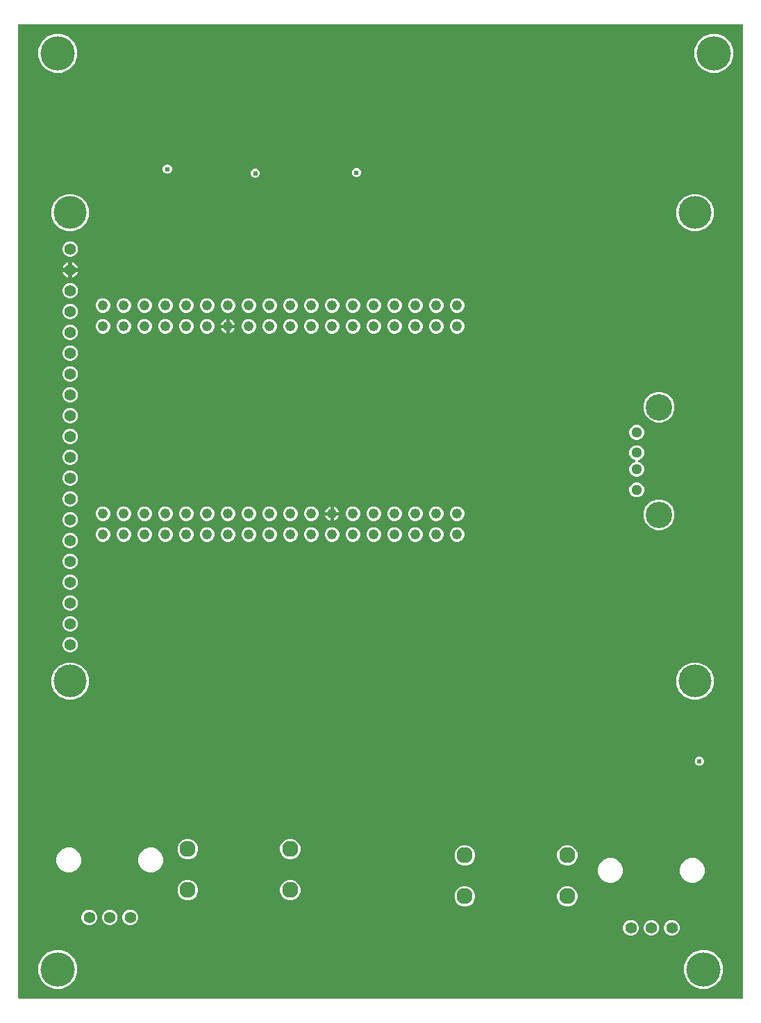
<source format=gbr>
G04 EAGLE Gerber RS-274X export*
G75*
%MOMM*%
%FSLAX34Y34*%
%LPD*%
%INCopper Layer 15*%
%IPPOS*%
%AMOC8*
5,1,8,0,0,1.08239X$1,22.5*%
G01*
%ADD10C,1.244600*%
%ADD11C,1.400000*%
%ADD12C,4.016000*%
%ADD13C,1.960000*%
%ADD14C,1.288000*%
%ADD15C,3.220000*%
%ADD16C,4.191000*%
%ADD17C,0.609600*%
%ADD18C,0.254000*%

G36*
X885308Y2556D02*
X885308Y2556D01*
X885427Y2563D01*
X885465Y2576D01*
X885506Y2581D01*
X885616Y2624D01*
X885729Y2661D01*
X885764Y2683D01*
X885801Y2698D01*
X885897Y2767D01*
X885998Y2831D01*
X886026Y2861D01*
X886059Y2884D01*
X886135Y2976D01*
X886216Y3063D01*
X886236Y3098D01*
X886261Y3129D01*
X886312Y3237D01*
X886370Y3341D01*
X886380Y3381D01*
X886397Y3417D01*
X886419Y3534D01*
X886449Y3649D01*
X886453Y3709D01*
X886457Y3729D01*
X886455Y3750D01*
X886459Y3810D01*
X886459Y1189990D01*
X886444Y1190108D01*
X886437Y1190227D01*
X886424Y1190265D01*
X886419Y1190306D01*
X886376Y1190416D01*
X886339Y1190529D01*
X886317Y1190564D01*
X886302Y1190601D01*
X886233Y1190697D01*
X886169Y1190798D01*
X886139Y1190826D01*
X886116Y1190859D01*
X886024Y1190935D01*
X885937Y1191016D01*
X885902Y1191036D01*
X885871Y1191061D01*
X885763Y1191112D01*
X885659Y1191170D01*
X885619Y1191180D01*
X885583Y1191197D01*
X885466Y1191219D01*
X885351Y1191249D01*
X885291Y1191253D01*
X885271Y1191257D01*
X885250Y1191255D01*
X885190Y1191259D01*
X3810Y1191259D01*
X3692Y1191244D01*
X3573Y1191237D01*
X3535Y1191224D01*
X3494Y1191219D01*
X3384Y1191176D01*
X3271Y1191139D01*
X3236Y1191117D01*
X3199Y1191102D01*
X3103Y1191033D01*
X3002Y1190969D01*
X2974Y1190939D01*
X2941Y1190916D01*
X2865Y1190824D01*
X2784Y1190737D01*
X2764Y1190702D01*
X2739Y1190671D01*
X2688Y1190563D01*
X2630Y1190459D01*
X2620Y1190419D01*
X2603Y1190383D01*
X2581Y1190266D01*
X2551Y1190151D01*
X2547Y1190091D01*
X2543Y1190071D01*
X2545Y1190050D01*
X2541Y1189990D01*
X2541Y3810D01*
X2556Y3692D01*
X2563Y3573D01*
X2576Y3535D01*
X2581Y3494D01*
X2624Y3384D01*
X2661Y3271D01*
X2683Y3236D01*
X2698Y3199D01*
X2767Y3103D01*
X2831Y3002D01*
X2861Y2974D01*
X2884Y2941D01*
X2976Y2865D01*
X3063Y2784D01*
X3098Y2764D01*
X3129Y2739D01*
X3237Y2688D01*
X3341Y2630D01*
X3381Y2620D01*
X3417Y2603D01*
X3534Y2581D01*
X3649Y2551D01*
X3709Y2547D01*
X3729Y2543D01*
X3750Y2545D01*
X3810Y2541D01*
X885190Y2541D01*
X885308Y2556D01*
G37*
%LPC*%
G36*
X846226Y1132204D02*
X846226Y1132204D01*
X837591Y1135781D01*
X830981Y1142391D01*
X827404Y1151026D01*
X827404Y1160374D01*
X830981Y1169009D01*
X837591Y1175619D01*
X846226Y1179196D01*
X855574Y1179196D01*
X864209Y1175619D01*
X870819Y1169009D01*
X874396Y1160374D01*
X874396Y1151026D01*
X870819Y1142391D01*
X864209Y1135781D01*
X855574Y1132204D01*
X846226Y1132204D01*
G37*
%LPD*%
%LPC*%
G36*
X46126Y1132204D02*
X46126Y1132204D01*
X37491Y1135781D01*
X30881Y1142391D01*
X27304Y1151026D01*
X27304Y1160374D01*
X30881Y1169009D01*
X37491Y1175619D01*
X46126Y1179196D01*
X55474Y1179196D01*
X64109Y1175619D01*
X70719Y1169009D01*
X74296Y1160374D01*
X74296Y1151026D01*
X70719Y1142391D01*
X64109Y1135781D01*
X55474Y1132204D01*
X46126Y1132204D01*
G37*
%LPD*%
%LPC*%
G36*
X833526Y14604D02*
X833526Y14604D01*
X824891Y18181D01*
X818281Y24791D01*
X814704Y33426D01*
X814704Y42774D01*
X818281Y51409D01*
X824891Y58019D01*
X833526Y61596D01*
X842874Y61596D01*
X851509Y58019D01*
X858119Y51409D01*
X861696Y42774D01*
X861696Y33426D01*
X858119Y24791D01*
X851509Y18181D01*
X842874Y14604D01*
X833526Y14604D01*
G37*
%LPD*%
%LPC*%
G36*
X46126Y14604D02*
X46126Y14604D01*
X37491Y18181D01*
X30881Y24791D01*
X27304Y33426D01*
X27304Y42774D01*
X30881Y51409D01*
X37491Y58019D01*
X46126Y61596D01*
X55474Y61596D01*
X64109Y58019D01*
X70719Y51409D01*
X74296Y42774D01*
X74296Y33426D01*
X70719Y24791D01*
X64109Y18181D01*
X55474Y14604D01*
X46126Y14604D01*
G37*
%LPD*%
%LPC*%
G36*
X61540Y367269D02*
X61540Y367269D01*
X53226Y370713D01*
X46863Y377076D01*
X43419Y385390D01*
X43419Y394390D01*
X46863Y402704D01*
X53226Y409067D01*
X61540Y412511D01*
X70540Y412511D01*
X78854Y409067D01*
X85217Y402704D01*
X88661Y394390D01*
X88661Y385390D01*
X85217Y377076D01*
X78854Y370713D01*
X70540Y367269D01*
X61540Y367269D01*
G37*
%LPD*%
%LPC*%
G36*
X823540Y367269D02*
X823540Y367269D01*
X815226Y370713D01*
X808863Y377076D01*
X805419Y385390D01*
X805419Y394390D01*
X808863Y402704D01*
X815226Y409067D01*
X823540Y412511D01*
X832540Y412511D01*
X840854Y409067D01*
X847217Y402704D01*
X850661Y394390D01*
X850661Y385390D01*
X847217Y377076D01*
X840854Y370713D01*
X832540Y367269D01*
X823540Y367269D01*
G37*
%LPD*%
%LPC*%
G36*
X823540Y938769D02*
X823540Y938769D01*
X815226Y942213D01*
X808863Y948576D01*
X805419Y956890D01*
X805419Y965890D01*
X808863Y974204D01*
X815226Y980567D01*
X823540Y984011D01*
X832540Y984011D01*
X840854Y980567D01*
X847217Y974204D01*
X850661Y965890D01*
X850661Y956890D01*
X847217Y948576D01*
X840854Y942213D01*
X832540Y938769D01*
X823540Y938769D01*
G37*
%LPD*%
%LPC*%
G36*
X61540Y938769D02*
X61540Y938769D01*
X53226Y942213D01*
X46863Y948576D01*
X43419Y956890D01*
X43419Y965890D01*
X46863Y974204D01*
X53226Y980567D01*
X61540Y984011D01*
X70540Y984011D01*
X78854Y980567D01*
X85217Y974204D01*
X88661Y965890D01*
X88661Y956890D01*
X85217Y948576D01*
X78854Y942213D01*
X70540Y938769D01*
X61540Y938769D01*
G37*
%LPD*%
%LPC*%
G36*
X780312Y574079D02*
X780312Y574079D01*
X773461Y576917D01*
X768217Y582161D01*
X765379Y589012D01*
X765379Y596428D01*
X768217Y603279D01*
X773461Y608523D01*
X780312Y611361D01*
X787728Y611361D01*
X794579Y608523D01*
X799823Y603279D01*
X802661Y596428D01*
X802661Y589012D01*
X799823Y582161D01*
X794579Y576917D01*
X787728Y574079D01*
X780312Y574079D01*
G37*
%LPD*%
%LPC*%
G36*
X780312Y705479D02*
X780312Y705479D01*
X773461Y708317D01*
X768217Y713561D01*
X765379Y720412D01*
X765379Y727828D01*
X768217Y734679D01*
X773461Y739923D01*
X780312Y742761D01*
X787728Y742761D01*
X794579Y739923D01*
X799823Y734679D01*
X802661Y727828D01*
X802661Y720412D01*
X799823Y713561D01*
X794579Y708317D01*
X787728Y705479D01*
X780312Y705479D01*
G37*
%LPD*%
%LPC*%
G36*
X61308Y156559D02*
X61308Y156559D01*
X55780Y158849D01*
X51549Y163080D01*
X49259Y168608D01*
X49259Y174592D01*
X51549Y180120D01*
X55780Y184351D01*
X61308Y186641D01*
X67292Y186641D01*
X72820Y184351D01*
X77051Y180120D01*
X79341Y174592D01*
X79341Y168608D01*
X77051Y163080D01*
X72820Y158849D01*
X67292Y156559D01*
X61308Y156559D01*
G37*
%LPD*%
%LPC*%
G36*
X721708Y143859D02*
X721708Y143859D01*
X716180Y146149D01*
X711949Y150380D01*
X709659Y155908D01*
X709659Y161892D01*
X711949Y167420D01*
X716180Y171651D01*
X721708Y173941D01*
X727692Y173941D01*
X733220Y171651D01*
X737451Y167420D01*
X739741Y161892D01*
X739741Y155908D01*
X737451Y150380D01*
X733220Y146149D01*
X727692Y143859D01*
X721708Y143859D01*
G37*
%LPD*%
%LPC*%
G36*
X821708Y143859D02*
X821708Y143859D01*
X816180Y146149D01*
X811949Y150380D01*
X809659Y155908D01*
X809659Y161892D01*
X811949Y167420D01*
X816180Y171651D01*
X821708Y173941D01*
X827692Y173941D01*
X833220Y171651D01*
X837451Y167420D01*
X839741Y161892D01*
X839741Y155908D01*
X837451Y150380D01*
X833220Y146149D01*
X827692Y143859D01*
X821708Y143859D01*
G37*
%LPD*%
%LPC*%
G36*
X161308Y156559D02*
X161308Y156559D01*
X155780Y158849D01*
X151549Y163080D01*
X149259Y168608D01*
X149259Y174592D01*
X151549Y180120D01*
X155780Y184351D01*
X161308Y186641D01*
X167292Y186641D01*
X172820Y184351D01*
X177051Y180120D01*
X179341Y174592D01*
X179341Y168608D01*
X177051Y163080D01*
X172820Y158849D01*
X167292Y156559D01*
X161308Y156559D01*
G37*
%LPD*%
%LPC*%
G36*
X755134Y639439D02*
X755134Y639439D01*
X751833Y640806D01*
X749306Y643333D01*
X747939Y646634D01*
X747939Y650206D01*
X749306Y653507D01*
X751833Y656034D01*
X754763Y657247D01*
X754884Y657316D01*
X755007Y657381D01*
X755022Y657395D01*
X755040Y657405D01*
X755140Y657502D01*
X755242Y657595D01*
X755253Y657612D01*
X755268Y657626D01*
X755341Y657745D01*
X755417Y657861D01*
X755424Y657880D01*
X755434Y657897D01*
X755475Y658030D01*
X755520Y658162D01*
X755522Y658182D01*
X755528Y658201D01*
X755534Y658340D01*
X755546Y658479D01*
X755542Y658499D01*
X755543Y658519D01*
X755515Y658655D01*
X755491Y658792D01*
X755483Y658811D01*
X755479Y658830D01*
X755417Y658956D01*
X755361Y659082D01*
X755348Y659098D01*
X755339Y659116D01*
X755249Y659222D01*
X755162Y659330D01*
X755146Y659343D01*
X755133Y659358D01*
X755019Y659438D01*
X754908Y659522D01*
X754883Y659534D01*
X754873Y659541D01*
X754853Y659548D01*
X754763Y659593D01*
X751833Y660806D01*
X749306Y663333D01*
X747939Y666634D01*
X747939Y670206D01*
X749306Y673507D01*
X751833Y676034D01*
X755134Y677401D01*
X758706Y677401D01*
X762007Y676034D01*
X764534Y673507D01*
X765901Y670206D01*
X765901Y666634D01*
X764534Y663333D01*
X762007Y660806D01*
X759077Y659593D01*
X758956Y659524D01*
X758833Y659459D01*
X758818Y659445D01*
X758800Y659435D01*
X758700Y659338D01*
X758598Y659245D01*
X758587Y659228D01*
X758572Y659214D01*
X758499Y659096D01*
X758423Y658979D01*
X758416Y658960D01*
X758406Y658943D01*
X758365Y658810D01*
X758320Y658678D01*
X758318Y658658D01*
X758312Y658639D01*
X758305Y658500D01*
X758294Y658361D01*
X758298Y658341D01*
X758297Y658321D01*
X758325Y658185D01*
X758349Y658048D01*
X758357Y658030D01*
X758361Y658010D01*
X758423Y657884D01*
X758479Y657758D01*
X758492Y657742D01*
X758501Y657724D01*
X758592Y657618D01*
X758678Y657510D01*
X758694Y657497D01*
X758707Y657482D01*
X758822Y657402D01*
X758932Y657318D01*
X758957Y657306D01*
X758967Y657299D01*
X758987Y657292D01*
X759077Y657247D01*
X762007Y656034D01*
X764534Y653507D01*
X765901Y650206D01*
X765901Y646634D01*
X764534Y643333D01*
X762007Y640806D01*
X758706Y639439D01*
X755134Y639439D01*
G37*
%LPD*%
%LPC*%
G36*
X331825Y172679D02*
X331825Y172679D01*
X327290Y174558D01*
X323818Y178030D01*
X321939Y182565D01*
X321939Y187475D01*
X323818Y192010D01*
X327290Y195482D01*
X331825Y197361D01*
X336735Y197361D01*
X341270Y195482D01*
X344742Y192010D01*
X346621Y187475D01*
X346621Y182565D01*
X344742Y178030D01*
X341270Y174558D01*
X336735Y172679D01*
X331825Y172679D01*
G37*
%LPD*%
%LPC*%
G36*
X206825Y172679D02*
X206825Y172679D01*
X202290Y174558D01*
X198818Y178030D01*
X196939Y182565D01*
X196939Y187475D01*
X198818Y192010D01*
X202290Y195482D01*
X206825Y197361D01*
X211735Y197361D01*
X216270Y195482D01*
X219742Y192010D01*
X221621Y187475D01*
X221621Y182565D01*
X219742Y178030D01*
X216270Y174558D01*
X211735Y172679D01*
X206825Y172679D01*
G37*
%LPD*%
%LPC*%
G36*
X544645Y165059D02*
X544645Y165059D01*
X540110Y166938D01*
X536638Y170410D01*
X534759Y174945D01*
X534759Y179855D01*
X536638Y184390D01*
X540110Y187862D01*
X544645Y189741D01*
X549555Y189741D01*
X554090Y187862D01*
X557562Y184390D01*
X559441Y179855D01*
X559441Y174945D01*
X557562Y170410D01*
X554090Y166938D01*
X549555Y165059D01*
X544645Y165059D01*
G37*
%LPD*%
%LPC*%
G36*
X669645Y165059D02*
X669645Y165059D01*
X665110Y166938D01*
X661638Y170410D01*
X659759Y174945D01*
X659759Y179855D01*
X661638Y184390D01*
X665110Y187862D01*
X669645Y189741D01*
X674555Y189741D01*
X679090Y187862D01*
X682562Y184390D01*
X684441Y179855D01*
X684441Y174945D01*
X682562Y170410D01*
X679090Y166938D01*
X674555Y165059D01*
X669645Y165059D01*
G37*
%LPD*%
%LPC*%
G36*
X331825Y122679D02*
X331825Y122679D01*
X327290Y124558D01*
X323818Y128030D01*
X321939Y132565D01*
X321939Y137475D01*
X323818Y142010D01*
X327290Y145482D01*
X331825Y147361D01*
X336735Y147361D01*
X341270Y145482D01*
X344742Y142010D01*
X346621Y137475D01*
X346621Y132565D01*
X344742Y128030D01*
X341270Y124558D01*
X336735Y122679D01*
X331825Y122679D01*
G37*
%LPD*%
%LPC*%
G36*
X206825Y122679D02*
X206825Y122679D01*
X202290Y124558D01*
X198818Y128030D01*
X196939Y132565D01*
X196939Y137475D01*
X198818Y142010D01*
X202290Y145482D01*
X206825Y147361D01*
X211735Y147361D01*
X216270Y145482D01*
X219742Y142010D01*
X221621Y137475D01*
X221621Y132565D01*
X219742Y128030D01*
X216270Y124558D01*
X211735Y122679D01*
X206825Y122679D01*
G37*
%LPD*%
%LPC*%
G36*
X669645Y115059D02*
X669645Y115059D01*
X665110Y116938D01*
X661638Y120410D01*
X659759Y124945D01*
X659759Y129855D01*
X661638Y134390D01*
X665110Y137862D01*
X669645Y139741D01*
X674555Y139741D01*
X679090Y137862D01*
X682562Y134390D01*
X684441Y129855D01*
X684441Y124945D01*
X682562Y120410D01*
X679090Y116938D01*
X674555Y115059D01*
X669645Y115059D01*
G37*
%LPD*%
%LPC*%
G36*
X544645Y115059D02*
X544645Y115059D01*
X540110Y116938D01*
X536638Y120410D01*
X534759Y124945D01*
X534759Y129855D01*
X536638Y134390D01*
X540110Y137862D01*
X544645Y139741D01*
X549555Y139741D01*
X554090Y137862D01*
X557562Y134390D01*
X559441Y129855D01*
X559441Y124945D01*
X557562Y120410D01*
X554090Y116938D01*
X549555Y115059D01*
X544645Y115059D01*
G37*
%LPD*%
%LPC*%
G36*
X64142Y856599D02*
X64142Y856599D01*
X60636Y858052D01*
X57952Y860736D01*
X56499Y864242D01*
X56499Y868038D01*
X57952Y871544D01*
X60636Y874228D01*
X64142Y875681D01*
X67938Y875681D01*
X71444Y874228D01*
X74128Y871544D01*
X75581Y868038D01*
X75581Y864242D01*
X74128Y860736D01*
X71444Y858052D01*
X67938Y856599D01*
X64142Y856599D01*
G37*
%LPD*%
%LPC*%
G36*
X64142Y551799D02*
X64142Y551799D01*
X60636Y553252D01*
X57952Y555936D01*
X56499Y559442D01*
X56499Y563238D01*
X57952Y566744D01*
X60636Y569428D01*
X64142Y570881D01*
X67938Y570881D01*
X71444Y569428D01*
X74128Y566744D01*
X75581Y563238D01*
X75581Y559442D01*
X74128Y555936D01*
X71444Y553252D01*
X67938Y551799D01*
X64142Y551799D01*
G37*
%LPD*%
%LPC*%
G36*
X64142Y805799D02*
X64142Y805799D01*
X60636Y807252D01*
X57952Y809936D01*
X56499Y813442D01*
X56499Y817238D01*
X57952Y820744D01*
X60636Y823428D01*
X64142Y824881D01*
X67938Y824881D01*
X71444Y823428D01*
X74128Y820744D01*
X75581Y817238D01*
X75581Y813442D01*
X74128Y809936D01*
X71444Y807252D01*
X67938Y805799D01*
X64142Y805799D01*
G37*
%LPD*%
%LPC*%
G36*
X64142Y577199D02*
X64142Y577199D01*
X60636Y578652D01*
X57952Y581336D01*
X56499Y584842D01*
X56499Y588638D01*
X57952Y592144D01*
X60636Y594828D01*
X64142Y596281D01*
X67938Y596281D01*
X71444Y594828D01*
X74128Y592144D01*
X75581Y588638D01*
X75581Y584842D01*
X74128Y581336D01*
X71444Y578652D01*
X67938Y577199D01*
X64142Y577199D01*
G37*
%LPD*%
%LPC*%
G36*
X64142Y780399D02*
X64142Y780399D01*
X60636Y781852D01*
X57952Y784536D01*
X56499Y788042D01*
X56499Y791838D01*
X57952Y795344D01*
X60636Y798028D01*
X64142Y799481D01*
X67938Y799481D01*
X71444Y798028D01*
X74128Y795344D01*
X75581Y791838D01*
X75581Y788042D01*
X74128Y784536D01*
X71444Y781852D01*
X67938Y780399D01*
X64142Y780399D01*
G37*
%LPD*%
%LPC*%
G36*
X64142Y754999D02*
X64142Y754999D01*
X60636Y756452D01*
X57952Y759136D01*
X56499Y762642D01*
X56499Y766438D01*
X57952Y769944D01*
X60636Y772628D01*
X64142Y774081D01*
X67938Y774081D01*
X71444Y772628D01*
X74128Y769944D01*
X75581Y766438D01*
X75581Y762642D01*
X74128Y759136D01*
X71444Y756452D01*
X67938Y754999D01*
X64142Y754999D01*
G37*
%LPD*%
%LPC*%
G36*
X64142Y729599D02*
X64142Y729599D01*
X60636Y731052D01*
X57952Y733736D01*
X56499Y737242D01*
X56499Y741038D01*
X57952Y744544D01*
X60636Y747228D01*
X64142Y748681D01*
X67938Y748681D01*
X71444Y747228D01*
X74128Y744544D01*
X75581Y741038D01*
X75581Y737242D01*
X74128Y733736D01*
X71444Y731052D01*
X67938Y729599D01*
X64142Y729599D01*
G37*
%LPD*%
%LPC*%
G36*
X64142Y627999D02*
X64142Y627999D01*
X60636Y629452D01*
X57952Y632136D01*
X56499Y635642D01*
X56499Y639438D01*
X57952Y642944D01*
X60636Y645628D01*
X64142Y647081D01*
X67938Y647081D01*
X71444Y645628D01*
X74128Y642944D01*
X75581Y639438D01*
X75581Y635642D01*
X74128Y632136D01*
X71444Y629452D01*
X67938Y627999D01*
X64142Y627999D01*
G37*
%LPD*%
%LPC*%
G36*
X64142Y831199D02*
X64142Y831199D01*
X60636Y832652D01*
X57952Y835336D01*
X56499Y838842D01*
X56499Y842638D01*
X57952Y846144D01*
X60636Y848828D01*
X64142Y850281D01*
X67938Y850281D01*
X71444Y848828D01*
X74128Y846144D01*
X75581Y842638D01*
X75581Y838842D01*
X74128Y835336D01*
X71444Y832652D01*
X67938Y831199D01*
X64142Y831199D01*
G37*
%LPD*%
%LPC*%
G36*
X64142Y424799D02*
X64142Y424799D01*
X60636Y426252D01*
X57952Y428936D01*
X56499Y432442D01*
X56499Y436238D01*
X57952Y439744D01*
X60636Y442428D01*
X64142Y443881D01*
X67938Y443881D01*
X71444Y442428D01*
X74128Y439744D01*
X75581Y436238D01*
X75581Y432442D01*
X74128Y428936D01*
X71444Y426252D01*
X67938Y424799D01*
X64142Y424799D01*
G37*
%LPD*%
%LPC*%
G36*
X64142Y678799D02*
X64142Y678799D01*
X60636Y680252D01*
X57952Y682936D01*
X56499Y686442D01*
X56499Y690238D01*
X57952Y693744D01*
X60636Y696428D01*
X64142Y697881D01*
X67938Y697881D01*
X71444Y696428D01*
X74128Y693744D01*
X75581Y690238D01*
X75581Y686442D01*
X74128Y682936D01*
X71444Y680252D01*
X67938Y678799D01*
X64142Y678799D01*
G37*
%LPD*%
%LPC*%
G36*
X64142Y907399D02*
X64142Y907399D01*
X60636Y908852D01*
X57952Y911536D01*
X56499Y915042D01*
X56499Y918838D01*
X57952Y922344D01*
X60636Y925028D01*
X64142Y926481D01*
X67938Y926481D01*
X71444Y925028D01*
X74128Y922344D01*
X75581Y918838D01*
X75581Y915042D01*
X74128Y911536D01*
X71444Y908852D01*
X67938Y907399D01*
X64142Y907399D01*
G37*
%LPD*%
%LPC*%
G36*
X64142Y704199D02*
X64142Y704199D01*
X60636Y705652D01*
X57952Y708336D01*
X56499Y711842D01*
X56499Y715638D01*
X57952Y719144D01*
X60636Y721828D01*
X64142Y723281D01*
X67938Y723281D01*
X71444Y721828D01*
X74128Y719144D01*
X75581Y715638D01*
X75581Y711842D01*
X74128Y708336D01*
X71444Y705652D01*
X67938Y704199D01*
X64142Y704199D01*
G37*
%LPD*%
%LPC*%
G36*
X64142Y653399D02*
X64142Y653399D01*
X60636Y654852D01*
X57952Y657536D01*
X56499Y661042D01*
X56499Y664838D01*
X57952Y668344D01*
X60636Y671028D01*
X64142Y672481D01*
X67938Y672481D01*
X71444Y671028D01*
X74128Y668344D01*
X75581Y664838D01*
X75581Y661042D01*
X74128Y657536D01*
X71444Y654852D01*
X67938Y653399D01*
X64142Y653399D01*
G37*
%LPD*%
%LPC*%
G36*
X64142Y450199D02*
X64142Y450199D01*
X60636Y451652D01*
X57952Y454336D01*
X56499Y457842D01*
X56499Y461638D01*
X57952Y465144D01*
X60636Y467828D01*
X64142Y469281D01*
X67938Y469281D01*
X71444Y467828D01*
X74128Y465144D01*
X75581Y461638D01*
X75581Y457842D01*
X74128Y454336D01*
X71444Y451652D01*
X67938Y450199D01*
X64142Y450199D01*
G37*
%LPD*%
%LPC*%
G36*
X64142Y475599D02*
X64142Y475599D01*
X60636Y477052D01*
X57952Y479736D01*
X56499Y483242D01*
X56499Y487038D01*
X57952Y490544D01*
X60636Y493228D01*
X64142Y494681D01*
X67938Y494681D01*
X71444Y493228D01*
X74128Y490544D01*
X75581Y487038D01*
X75581Y483242D01*
X74128Y479736D01*
X71444Y477052D01*
X67938Y475599D01*
X64142Y475599D01*
G37*
%LPD*%
%LPC*%
G36*
X64142Y500999D02*
X64142Y500999D01*
X60636Y502452D01*
X57952Y505136D01*
X56499Y508642D01*
X56499Y512438D01*
X57952Y515944D01*
X60636Y518628D01*
X64142Y520081D01*
X67938Y520081D01*
X71444Y518628D01*
X74128Y515944D01*
X75581Y512438D01*
X75581Y508642D01*
X74128Y505136D01*
X71444Y502452D01*
X67938Y500999D01*
X64142Y500999D01*
G37*
%LPD*%
%LPC*%
G36*
X64142Y526399D02*
X64142Y526399D01*
X60636Y527852D01*
X57952Y530536D01*
X56499Y534042D01*
X56499Y537838D01*
X57952Y541344D01*
X60636Y544028D01*
X64142Y545481D01*
X67938Y545481D01*
X71444Y544028D01*
X74128Y541344D01*
X75581Y537838D01*
X75581Y534042D01*
X74128Y530536D01*
X71444Y527852D01*
X67938Y526399D01*
X64142Y526399D01*
G37*
%LPD*%
%LPC*%
G36*
X64142Y602599D02*
X64142Y602599D01*
X60636Y604052D01*
X57952Y606736D01*
X56499Y610242D01*
X56499Y614038D01*
X57952Y617544D01*
X60636Y620228D01*
X64142Y621681D01*
X67938Y621681D01*
X71444Y620228D01*
X74128Y617544D01*
X75581Y614038D01*
X75581Y610242D01*
X74128Y606736D01*
X71444Y604052D01*
X67938Y602599D01*
X64142Y602599D01*
G37*
%LPD*%
%LPC*%
G36*
X112402Y92059D02*
X112402Y92059D01*
X108896Y93512D01*
X106212Y96196D01*
X104759Y99702D01*
X104759Y103498D01*
X106212Y107004D01*
X108896Y109688D01*
X112402Y111141D01*
X116198Y111141D01*
X119704Y109688D01*
X122388Y107004D01*
X123841Y103498D01*
X123841Y99702D01*
X122388Y96196D01*
X119704Y93512D01*
X116198Y92059D01*
X112402Y92059D01*
G37*
%LPD*%
%LPC*%
G36*
X87402Y92059D02*
X87402Y92059D01*
X83896Y93512D01*
X81212Y96196D01*
X79759Y99702D01*
X79759Y103498D01*
X81212Y107004D01*
X83896Y109688D01*
X87402Y111141D01*
X91198Y111141D01*
X94704Y109688D01*
X97388Y107004D01*
X98841Y103498D01*
X98841Y99702D01*
X97388Y96196D01*
X94704Y93512D01*
X91198Y92059D01*
X87402Y92059D01*
G37*
%LPD*%
%LPC*%
G36*
X797802Y79359D02*
X797802Y79359D01*
X794296Y80812D01*
X791612Y83496D01*
X790159Y87002D01*
X790159Y90798D01*
X791612Y94304D01*
X794296Y96988D01*
X797802Y98441D01*
X801598Y98441D01*
X805104Y96988D01*
X807788Y94304D01*
X809241Y90798D01*
X809241Y87002D01*
X807788Y83496D01*
X805104Y80812D01*
X801598Y79359D01*
X797802Y79359D01*
G37*
%LPD*%
%LPC*%
G36*
X772802Y79359D02*
X772802Y79359D01*
X769296Y80812D01*
X766612Y83496D01*
X765159Y87002D01*
X765159Y90798D01*
X766612Y94304D01*
X769296Y96988D01*
X772802Y98441D01*
X776598Y98441D01*
X780104Y96988D01*
X782788Y94304D01*
X784241Y90798D01*
X784241Y87002D01*
X782788Y83496D01*
X780104Y80812D01*
X776598Y79359D01*
X772802Y79359D01*
G37*
%LPD*%
%LPC*%
G36*
X747802Y79359D02*
X747802Y79359D01*
X744296Y80812D01*
X741612Y83496D01*
X740159Y87002D01*
X740159Y90798D01*
X741612Y94304D01*
X744296Y96988D01*
X747802Y98441D01*
X751598Y98441D01*
X755104Y96988D01*
X757788Y94304D01*
X759241Y90798D01*
X759241Y87002D01*
X757788Y83496D01*
X755104Y80812D01*
X751598Y79359D01*
X747802Y79359D01*
G37*
%LPD*%
%LPC*%
G36*
X137402Y92059D02*
X137402Y92059D01*
X133896Y93512D01*
X131212Y96196D01*
X129759Y99702D01*
X129759Y103498D01*
X131212Y107004D01*
X133896Y109688D01*
X137402Y111141D01*
X141198Y111141D01*
X144704Y109688D01*
X147388Y107004D01*
X148841Y103498D01*
X148841Y99702D01*
X147388Y96196D01*
X144704Y93512D01*
X141198Y92059D01*
X137402Y92059D01*
G37*
%LPD*%
%LPC*%
G36*
X755134Y614439D02*
X755134Y614439D01*
X751833Y615806D01*
X749306Y618333D01*
X747939Y621634D01*
X747939Y625206D01*
X749306Y628507D01*
X751833Y631034D01*
X755134Y632401D01*
X758706Y632401D01*
X762007Y631034D01*
X764534Y628507D01*
X765901Y625206D01*
X765901Y621634D01*
X764534Y618333D01*
X762007Y615806D01*
X758706Y614439D01*
X755134Y614439D01*
G37*
%LPD*%
%LPC*%
G36*
X755134Y684439D02*
X755134Y684439D01*
X751833Y685806D01*
X749306Y688333D01*
X747939Y691634D01*
X747939Y695206D01*
X749306Y698507D01*
X751833Y701034D01*
X755134Y702401D01*
X758706Y702401D01*
X762007Y701034D01*
X764534Y698507D01*
X765901Y695206D01*
X765901Y691634D01*
X764534Y688333D01*
X762007Y685806D01*
X758706Y684439D01*
X755134Y684439D01*
G37*
%LPD*%
%LPC*%
G36*
X104257Y813936D02*
X104257Y813936D01*
X101036Y815270D01*
X98570Y817736D01*
X97236Y820957D01*
X97236Y824443D01*
X98570Y827664D01*
X101036Y830130D01*
X104257Y831464D01*
X107743Y831464D01*
X110964Y830130D01*
X113430Y827664D01*
X114764Y824443D01*
X114764Y820957D01*
X113430Y817736D01*
X110964Y815270D01*
X107743Y813936D01*
X104257Y813936D01*
G37*
%LPD*%
%LPC*%
G36*
X536057Y813936D02*
X536057Y813936D01*
X532836Y815270D01*
X530370Y817736D01*
X529036Y820957D01*
X529036Y824443D01*
X530370Y827664D01*
X532836Y830130D01*
X536057Y831464D01*
X539543Y831464D01*
X542764Y830130D01*
X545230Y827664D01*
X546564Y824443D01*
X546564Y820957D01*
X545230Y817736D01*
X542764Y815270D01*
X539543Y813936D01*
X536057Y813936D01*
G37*
%LPD*%
%LPC*%
G36*
X510657Y813936D02*
X510657Y813936D01*
X507436Y815270D01*
X504970Y817736D01*
X503636Y820957D01*
X503636Y824443D01*
X504970Y827664D01*
X507436Y830130D01*
X510657Y831464D01*
X514143Y831464D01*
X517364Y830130D01*
X519830Y827664D01*
X521164Y824443D01*
X521164Y820957D01*
X519830Y817736D01*
X517364Y815270D01*
X514143Y813936D01*
X510657Y813936D01*
G37*
%LPD*%
%LPC*%
G36*
X485257Y813936D02*
X485257Y813936D01*
X482036Y815270D01*
X479570Y817736D01*
X478236Y820957D01*
X478236Y824443D01*
X479570Y827664D01*
X482036Y830130D01*
X485257Y831464D01*
X488743Y831464D01*
X491964Y830130D01*
X494430Y827664D01*
X495764Y824443D01*
X495764Y820957D01*
X494430Y817736D01*
X491964Y815270D01*
X488743Y813936D01*
X485257Y813936D01*
G37*
%LPD*%
%LPC*%
G36*
X459857Y813936D02*
X459857Y813936D01*
X456636Y815270D01*
X454170Y817736D01*
X452836Y820957D01*
X452836Y824443D01*
X454170Y827664D01*
X456636Y830130D01*
X459857Y831464D01*
X463343Y831464D01*
X466564Y830130D01*
X469030Y827664D01*
X470364Y824443D01*
X470364Y820957D01*
X469030Y817736D01*
X466564Y815270D01*
X463343Y813936D01*
X459857Y813936D01*
G37*
%LPD*%
%LPC*%
G36*
X434457Y813936D02*
X434457Y813936D01*
X431236Y815270D01*
X428770Y817736D01*
X427436Y820957D01*
X427436Y824443D01*
X428770Y827664D01*
X431236Y830130D01*
X434457Y831464D01*
X437943Y831464D01*
X441164Y830130D01*
X443630Y827664D01*
X444964Y824443D01*
X444964Y820957D01*
X443630Y817736D01*
X441164Y815270D01*
X437943Y813936D01*
X434457Y813936D01*
G37*
%LPD*%
%LPC*%
G36*
X409057Y813936D02*
X409057Y813936D01*
X405836Y815270D01*
X403370Y817736D01*
X402036Y820957D01*
X402036Y824443D01*
X403370Y827664D01*
X405836Y830130D01*
X409057Y831464D01*
X412543Y831464D01*
X415764Y830130D01*
X418230Y827664D01*
X419564Y824443D01*
X419564Y820957D01*
X418230Y817736D01*
X415764Y815270D01*
X412543Y813936D01*
X409057Y813936D01*
G37*
%LPD*%
%LPC*%
G36*
X383657Y813936D02*
X383657Y813936D01*
X380436Y815270D01*
X377970Y817736D01*
X376636Y820957D01*
X376636Y824443D01*
X377970Y827664D01*
X380436Y830130D01*
X383657Y831464D01*
X387143Y831464D01*
X390364Y830130D01*
X392830Y827664D01*
X394164Y824443D01*
X394164Y820957D01*
X392830Y817736D01*
X390364Y815270D01*
X387143Y813936D01*
X383657Y813936D01*
G37*
%LPD*%
%LPC*%
G36*
X358257Y813936D02*
X358257Y813936D01*
X355036Y815270D01*
X352570Y817736D01*
X351236Y820957D01*
X351236Y824443D01*
X352570Y827664D01*
X355036Y830130D01*
X358257Y831464D01*
X361743Y831464D01*
X364964Y830130D01*
X367430Y827664D01*
X368764Y824443D01*
X368764Y820957D01*
X367430Y817736D01*
X364964Y815270D01*
X361743Y813936D01*
X358257Y813936D01*
G37*
%LPD*%
%LPC*%
G36*
X332857Y813936D02*
X332857Y813936D01*
X329636Y815270D01*
X327170Y817736D01*
X325836Y820957D01*
X325836Y824443D01*
X327170Y827664D01*
X329636Y830130D01*
X332857Y831464D01*
X336343Y831464D01*
X339564Y830130D01*
X342030Y827664D01*
X343364Y824443D01*
X343364Y820957D01*
X342030Y817736D01*
X339564Y815270D01*
X336343Y813936D01*
X332857Y813936D01*
G37*
%LPD*%
%LPC*%
G36*
X307457Y813936D02*
X307457Y813936D01*
X304236Y815270D01*
X301770Y817736D01*
X300436Y820957D01*
X300436Y824443D01*
X301770Y827664D01*
X304236Y830130D01*
X307457Y831464D01*
X310943Y831464D01*
X314164Y830130D01*
X316630Y827664D01*
X317964Y824443D01*
X317964Y820957D01*
X316630Y817736D01*
X314164Y815270D01*
X310943Y813936D01*
X307457Y813936D01*
G37*
%LPD*%
%LPC*%
G36*
X282057Y813936D02*
X282057Y813936D01*
X278836Y815270D01*
X276370Y817736D01*
X275036Y820957D01*
X275036Y824443D01*
X276370Y827664D01*
X278836Y830130D01*
X282057Y831464D01*
X285543Y831464D01*
X288764Y830130D01*
X291230Y827664D01*
X292564Y824443D01*
X292564Y820957D01*
X291230Y817736D01*
X288764Y815270D01*
X285543Y813936D01*
X282057Y813936D01*
G37*
%LPD*%
%LPC*%
G36*
X231257Y813936D02*
X231257Y813936D01*
X228036Y815270D01*
X225570Y817736D01*
X224236Y820957D01*
X224236Y824443D01*
X225570Y827664D01*
X228036Y830130D01*
X231257Y831464D01*
X234743Y831464D01*
X237964Y830130D01*
X240430Y827664D01*
X241764Y824443D01*
X241764Y820957D01*
X240430Y817736D01*
X237964Y815270D01*
X234743Y813936D01*
X231257Y813936D01*
G37*
%LPD*%
%LPC*%
G36*
X205857Y813936D02*
X205857Y813936D01*
X202636Y815270D01*
X200170Y817736D01*
X198836Y820957D01*
X198836Y824443D01*
X200170Y827664D01*
X202636Y830130D01*
X205857Y831464D01*
X209343Y831464D01*
X212564Y830130D01*
X215030Y827664D01*
X216364Y824443D01*
X216364Y820957D01*
X215030Y817736D01*
X212564Y815270D01*
X209343Y813936D01*
X205857Y813936D01*
G37*
%LPD*%
%LPC*%
G36*
X180457Y813936D02*
X180457Y813936D01*
X177236Y815270D01*
X174770Y817736D01*
X173436Y820957D01*
X173436Y824443D01*
X174770Y827664D01*
X177236Y830130D01*
X180457Y831464D01*
X183943Y831464D01*
X187164Y830130D01*
X189630Y827664D01*
X190964Y824443D01*
X190964Y820957D01*
X189630Y817736D01*
X187164Y815270D01*
X183943Y813936D01*
X180457Y813936D01*
G37*
%LPD*%
%LPC*%
G36*
X155057Y813936D02*
X155057Y813936D01*
X151836Y815270D01*
X149370Y817736D01*
X148036Y820957D01*
X148036Y824443D01*
X149370Y827664D01*
X151836Y830130D01*
X155057Y831464D01*
X158543Y831464D01*
X161764Y830130D01*
X164230Y827664D01*
X165564Y824443D01*
X165564Y820957D01*
X164230Y817736D01*
X161764Y815270D01*
X158543Y813936D01*
X155057Y813936D01*
G37*
%LPD*%
%LPC*%
G36*
X358257Y585336D02*
X358257Y585336D01*
X355036Y586670D01*
X352570Y589136D01*
X351236Y592357D01*
X351236Y595843D01*
X352570Y599064D01*
X355036Y601530D01*
X358257Y602864D01*
X361743Y602864D01*
X364964Y601530D01*
X367430Y599064D01*
X368764Y595843D01*
X368764Y592357D01*
X367430Y589136D01*
X364964Y586670D01*
X361743Y585336D01*
X358257Y585336D01*
G37*
%LPD*%
%LPC*%
G36*
X510657Y839336D02*
X510657Y839336D01*
X507436Y840670D01*
X504970Y843136D01*
X503636Y846357D01*
X503636Y849843D01*
X504970Y853064D01*
X507436Y855530D01*
X510657Y856864D01*
X514143Y856864D01*
X517364Y855530D01*
X519830Y853064D01*
X521164Y849843D01*
X521164Y846357D01*
X519830Y843136D01*
X517364Y840670D01*
X514143Y839336D01*
X510657Y839336D01*
G37*
%LPD*%
%LPC*%
G36*
X332857Y585336D02*
X332857Y585336D01*
X329636Y586670D01*
X327170Y589136D01*
X325836Y592357D01*
X325836Y595843D01*
X327170Y599064D01*
X329636Y601530D01*
X332857Y602864D01*
X336343Y602864D01*
X339564Y601530D01*
X342030Y599064D01*
X343364Y595843D01*
X343364Y592357D01*
X342030Y589136D01*
X339564Y586670D01*
X336343Y585336D01*
X332857Y585336D01*
G37*
%LPD*%
%LPC*%
G36*
X536057Y585336D02*
X536057Y585336D01*
X532836Y586670D01*
X530370Y589136D01*
X529036Y592357D01*
X529036Y595843D01*
X530370Y599064D01*
X532836Y601530D01*
X536057Y602864D01*
X539543Y602864D01*
X542764Y601530D01*
X545230Y599064D01*
X546564Y595843D01*
X546564Y592357D01*
X545230Y589136D01*
X542764Y586670D01*
X539543Y585336D01*
X536057Y585336D01*
G37*
%LPD*%
%LPC*%
G36*
X510657Y585336D02*
X510657Y585336D01*
X507436Y586670D01*
X504970Y589136D01*
X503636Y592357D01*
X503636Y595843D01*
X504970Y599064D01*
X507436Y601530D01*
X510657Y602864D01*
X514143Y602864D01*
X517364Y601530D01*
X519830Y599064D01*
X521164Y595843D01*
X521164Y592357D01*
X519830Y589136D01*
X517364Y586670D01*
X514143Y585336D01*
X510657Y585336D01*
G37*
%LPD*%
%LPC*%
G36*
X485257Y585336D02*
X485257Y585336D01*
X482036Y586670D01*
X479570Y589136D01*
X478236Y592357D01*
X478236Y595843D01*
X479570Y599064D01*
X482036Y601530D01*
X485257Y602864D01*
X488743Y602864D01*
X491964Y601530D01*
X494430Y599064D01*
X495764Y595843D01*
X495764Y592357D01*
X494430Y589136D01*
X491964Y586670D01*
X488743Y585336D01*
X485257Y585336D01*
G37*
%LPD*%
%LPC*%
G36*
X459857Y585336D02*
X459857Y585336D01*
X456636Y586670D01*
X454170Y589136D01*
X452836Y592357D01*
X452836Y595843D01*
X454170Y599064D01*
X456636Y601530D01*
X459857Y602864D01*
X463343Y602864D01*
X466564Y601530D01*
X469030Y599064D01*
X470364Y595843D01*
X470364Y592357D01*
X469030Y589136D01*
X466564Y586670D01*
X463343Y585336D01*
X459857Y585336D01*
G37*
%LPD*%
%LPC*%
G36*
X434457Y585336D02*
X434457Y585336D01*
X431236Y586670D01*
X428770Y589136D01*
X427436Y592357D01*
X427436Y595843D01*
X428770Y599064D01*
X431236Y601530D01*
X434457Y602864D01*
X437943Y602864D01*
X441164Y601530D01*
X443630Y599064D01*
X444964Y595843D01*
X444964Y592357D01*
X443630Y589136D01*
X441164Y586670D01*
X437943Y585336D01*
X434457Y585336D01*
G37*
%LPD*%
%LPC*%
G36*
X409057Y585336D02*
X409057Y585336D01*
X405836Y586670D01*
X403370Y589136D01*
X402036Y592357D01*
X402036Y595843D01*
X403370Y599064D01*
X405836Y601530D01*
X409057Y602864D01*
X412543Y602864D01*
X415764Y601530D01*
X418230Y599064D01*
X419564Y595843D01*
X419564Y592357D01*
X418230Y589136D01*
X415764Y586670D01*
X412543Y585336D01*
X409057Y585336D01*
G37*
%LPD*%
%LPC*%
G36*
X155057Y585336D02*
X155057Y585336D01*
X151836Y586670D01*
X149370Y589136D01*
X148036Y592357D01*
X148036Y595843D01*
X149370Y599064D01*
X151836Y601530D01*
X155057Y602864D01*
X158543Y602864D01*
X161764Y601530D01*
X164230Y599064D01*
X165564Y595843D01*
X165564Y592357D01*
X164230Y589136D01*
X161764Y586670D01*
X158543Y585336D01*
X155057Y585336D01*
G37*
%LPD*%
%LPC*%
G36*
X129657Y585336D02*
X129657Y585336D01*
X126436Y586670D01*
X123970Y589136D01*
X122636Y592357D01*
X122636Y595843D01*
X123970Y599064D01*
X126436Y601530D01*
X129657Y602864D01*
X133143Y602864D01*
X136364Y601530D01*
X138830Y599064D01*
X140164Y595843D01*
X140164Y592357D01*
X138830Y589136D01*
X136364Y586670D01*
X133143Y585336D01*
X129657Y585336D01*
G37*
%LPD*%
%LPC*%
G36*
X307457Y585336D02*
X307457Y585336D01*
X304236Y586670D01*
X301770Y589136D01*
X300436Y592357D01*
X300436Y595843D01*
X301770Y599064D01*
X304236Y601530D01*
X307457Y602864D01*
X310943Y602864D01*
X314164Y601530D01*
X316630Y599064D01*
X317964Y595843D01*
X317964Y592357D01*
X316630Y589136D01*
X314164Y586670D01*
X310943Y585336D01*
X307457Y585336D01*
G37*
%LPD*%
%LPC*%
G36*
X282057Y585336D02*
X282057Y585336D01*
X278836Y586670D01*
X276370Y589136D01*
X275036Y592357D01*
X275036Y595843D01*
X276370Y599064D01*
X278836Y601530D01*
X282057Y602864D01*
X285543Y602864D01*
X288764Y601530D01*
X291230Y599064D01*
X292564Y595843D01*
X292564Y592357D01*
X291230Y589136D01*
X288764Y586670D01*
X285543Y585336D01*
X282057Y585336D01*
G37*
%LPD*%
%LPC*%
G36*
X256657Y585336D02*
X256657Y585336D01*
X253436Y586670D01*
X250970Y589136D01*
X249636Y592357D01*
X249636Y595843D01*
X250970Y599064D01*
X253436Y601530D01*
X256657Y602864D01*
X260143Y602864D01*
X263364Y601530D01*
X265830Y599064D01*
X267164Y595843D01*
X267164Y592357D01*
X265830Y589136D01*
X263364Y586670D01*
X260143Y585336D01*
X256657Y585336D01*
G37*
%LPD*%
%LPC*%
G36*
X231257Y585336D02*
X231257Y585336D01*
X228036Y586670D01*
X225570Y589136D01*
X224236Y592357D01*
X224236Y595843D01*
X225570Y599064D01*
X228036Y601530D01*
X231257Y602864D01*
X234743Y602864D01*
X237964Y601530D01*
X240430Y599064D01*
X241764Y595843D01*
X241764Y592357D01*
X240430Y589136D01*
X237964Y586670D01*
X234743Y585336D01*
X231257Y585336D01*
G37*
%LPD*%
%LPC*%
G36*
X205857Y585336D02*
X205857Y585336D01*
X202636Y586670D01*
X200170Y589136D01*
X198836Y592357D01*
X198836Y595843D01*
X200170Y599064D01*
X202636Y601530D01*
X205857Y602864D01*
X209343Y602864D01*
X212564Y601530D01*
X215030Y599064D01*
X216364Y595843D01*
X216364Y592357D01*
X215030Y589136D01*
X212564Y586670D01*
X209343Y585336D01*
X205857Y585336D01*
G37*
%LPD*%
%LPC*%
G36*
X180457Y585336D02*
X180457Y585336D01*
X177236Y586670D01*
X174770Y589136D01*
X173436Y592357D01*
X173436Y595843D01*
X174770Y599064D01*
X177236Y601530D01*
X180457Y602864D01*
X183943Y602864D01*
X187164Y601530D01*
X189630Y599064D01*
X190964Y595843D01*
X190964Y592357D01*
X189630Y589136D01*
X187164Y586670D01*
X183943Y585336D01*
X180457Y585336D01*
G37*
%LPD*%
%LPC*%
G36*
X104257Y585336D02*
X104257Y585336D01*
X101036Y586670D01*
X98570Y589136D01*
X97236Y592357D01*
X97236Y595843D01*
X98570Y599064D01*
X101036Y601530D01*
X104257Y602864D01*
X107743Y602864D01*
X110964Y601530D01*
X113430Y599064D01*
X114764Y595843D01*
X114764Y592357D01*
X113430Y589136D01*
X110964Y586670D01*
X107743Y585336D01*
X104257Y585336D01*
G37*
%LPD*%
%LPC*%
G36*
X129657Y559936D02*
X129657Y559936D01*
X126436Y561270D01*
X123970Y563736D01*
X122636Y566957D01*
X122636Y570443D01*
X123970Y573664D01*
X126436Y576130D01*
X129657Y577464D01*
X133143Y577464D01*
X136364Y576130D01*
X138830Y573664D01*
X140164Y570443D01*
X140164Y566957D01*
X138830Y563736D01*
X136364Y561270D01*
X133143Y559936D01*
X129657Y559936D01*
G37*
%LPD*%
%LPC*%
G36*
X104257Y559936D02*
X104257Y559936D01*
X101036Y561270D01*
X98570Y563736D01*
X97236Y566957D01*
X97236Y570443D01*
X98570Y573664D01*
X101036Y576130D01*
X104257Y577464D01*
X107743Y577464D01*
X110964Y576130D01*
X113430Y573664D01*
X114764Y570443D01*
X114764Y566957D01*
X113430Y563736D01*
X110964Y561270D01*
X107743Y559936D01*
X104257Y559936D01*
G37*
%LPD*%
%LPC*%
G36*
X536057Y559936D02*
X536057Y559936D01*
X532836Y561270D01*
X530370Y563736D01*
X529036Y566957D01*
X529036Y570443D01*
X530370Y573664D01*
X532836Y576130D01*
X536057Y577464D01*
X539543Y577464D01*
X542764Y576130D01*
X545230Y573664D01*
X546564Y570443D01*
X546564Y566957D01*
X545230Y563736D01*
X542764Y561270D01*
X539543Y559936D01*
X536057Y559936D01*
G37*
%LPD*%
%LPC*%
G36*
X510657Y559936D02*
X510657Y559936D01*
X507436Y561270D01*
X504970Y563736D01*
X503636Y566957D01*
X503636Y570443D01*
X504970Y573664D01*
X507436Y576130D01*
X510657Y577464D01*
X514143Y577464D01*
X517364Y576130D01*
X519830Y573664D01*
X521164Y570443D01*
X521164Y566957D01*
X519830Y563736D01*
X517364Y561270D01*
X514143Y559936D01*
X510657Y559936D01*
G37*
%LPD*%
%LPC*%
G36*
X485257Y559936D02*
X485257Y559936D01*
X482036Y561270D01*
X479570Y563736D01*
X478236Y566957D01*
X478236Y570443D01*
X479570Y573664D01*
X482036Y576130D01*
X485257Y577464D01*
X488743Y577464D01*
X491964Y576130D01*
X494430Y573664D01*
X495764Y570443D01*
X495764Y566957D01*
X494430Y563736D01*
X491964Y561270D01*
X488743Y559936D01*
X485257Y559936D01*
G37*
%LPD*%
%LPC*%
G36*
X459857Y559936D02*
X459857Y559936D01*
X456636Y561270D01*
X454170Y563736D01*
X452836Y566957D01*
X452836Y570443D01*
X454170Y573664D01*
X456636Y576130D01*
X459857Y577464D01*
X463343Y577464D01*
X466564Y576130D01*
X469030Y573664D01*
X470364Y570443D01*
X470364Y566957D01*
X469030Y563736D01*
X466564Y561270D01*
X463343Y559936D01*
X459857Y559936D01*
G37*
%LPD*%
%LPC*%
G36*
X434457Y559936D02*
X434457Y559936D01*
X431236Y561270D01*
X428770Y563736D01*
X427436Y566957D01*
X427436Y570443D01*
X428770Y573664D01*
X431236Y576130D01*
X434457Y577464D01*
X437943Y577464D01*
X441164Y576130D01*
X443630Y573664D01*
X444964Y570443D01*
X444964Y566957D01*
X443630Y563736D01*
X441164Y561270D01*
X437943Y559936D01*
X434457Y559936D01*
G37*
%LPD*%
%LPC*%
G36*
X409057Y559936D02*
X409057Y559936D01*
X405836Y561270D01*
X403370Y563736D01*
X402036Y566957D01*
X402036Y570443D01*
X403370Y573664D01*
X405836Y576130D01*
X409057Y577464D01*
X412543Y577464D01*
X415764Y576130D01*
X418230Y573664D01*
X419564Y570443D01*
X419564Y566957D01*
X418230Y563736D01*
X415764Y561270D01*
X412543Y559936D01*
X409057Y559936D01*
G37*
%LPD*%
%LPC*%
G36*
X383657Y559936D02*
X383657Y559936D01*
X380436Y561270D01*
X377970Y563736D01*
X376636Y566957D01*
X376636Y570443D01*
X377970Y573664D01*
X380436Y576130D01*
X383657Y577464D01*
X387143Y577464D01*
X390364Y576130D01*
X392830Y573664D01*
X394164Y570443D01*
X394164Y566957D01*
X392830Y563736D01*
X390364Y561270D01*
X387143Y559936D01*
X383657Y559936D01*
G37*
%LPD*%
%LPC*%
G36*
X358257Y559936D02*
X358257Y559936D01*
X355036Y561270D01*
X352570Y563736D01*
X351236Y566957D01*
X351236Y570443D01*
X352570Y573664D01*
X355036Y576130D01*
X358257Y577464D01*
X361743Y577464D01*
X364964Y576130D01*
X367430Y573664D01*
X368764Y570443D01*
X368764Y566957D01*
X367430Y563736D01*
X364964Y561270D01*
X361743Y559936D01*
X358257Y559936D01*
G37*
%LPD*%
%LPC*%
G36*
X332857Y559936D02*
X332857Y559936D01*
X329636Y561270D01*
X327170Y563736D01*
X325836Y566957D01*
X325836Y570443D01*
X327170Y573664D01*
X329636Y576130D01*
X332857Y577464D01*
X336343Y577464D01*
X339564Y576130D01*
X342030Y573664D01*
X343364Y570443D01*
X343364Y566957D01*
X342030Y563736D01*
X339564Y561270D01*
X336343Y559936D01*
X332857Y559936D01*
G37*
%LPD*%
%LPC*%
G36*
X307457Y559936D02*
X307457Y559936D01*
X304236Y561270D01*
X301770Y563736D01*
X300436Y566957D01*
X300436Y570443D01*
X301770Y573664D01*
X304236Y576130D01*
X307457Y577464D01*
X310943Y577464D01*
X314164Y576130D01*
X316630Y573664D01*
X317964Y570443D01*
X317964Y566957D01*
X316630Y563736D01*
X314164Y561270D01*
X310943Y559936D01*
X307457Y559936D01*
G37*
%LPD*%
%LPC*%
G36*
X256657Y559936D02*
X256657Y559936D01*
X253436Y561270D01*
X250970Y563736D01*
X249636Y566957D01*
X249636Y570443D01*
X250970Y573664D01*
X253436Y576130D01*
X256657Y577464D01*
X260143Y577464D01*
X263364Y576130D01*
X265830Y573664D01*
X267164Y570443D01*
X267164Y566957D01*
X265830Y563736D01*
X263364Y561270D01*
X260143Y559936D01*
X256657Y559936D01*
G37*
%LPD*%
%LPC*%
G36*
X231257Y559936D02*
X231257Y559936D01*
X228036Y561270D01*
X225570Y563736D01*
X224236Y566957D01*
X224236Y570443D01*
X225570Y573664D01*
X228036Y576130D01*
X231257Y577464D01*
X234743Y577464D01*
X237964Y576130D01*
X240430Y573664D01*
X241764Y570443D01*
X241764Y566957D01*
X240430Y563736D01*
X237964Y561270D01*
X234743Y559936D01*
X231257Y559936D01*
G37*
%LPD*%
%LPC*%
G36*
X205857Y559936D02*
X205857Y559936D01*
X202636Y561270D01*
X200170Y563736D01*
X198836Y566957D01*
X198836Y570443D01*
X200170Y573664D01*
X202636Y576130D01*
X205857Y577464D01*
X209343Y577464D01*
X212564Y576130D01*
X215030Y573664D01*
X216364Y570443D01*
X216364Y566957D01*
X215030Y563736D01*
X212564Y561270D01*
X209343Y559936D01*
X205857Y559936D01*
G37*
%LPD*%
%LPC*%
G36*
X180457Y559936D02*
X180457Y559936D01*
X177236Y561270D01*
X174770Y563736D01*
X173436Y566957D01*
X173436Y570443D01*
X174770Y573664D01*
X177236Y576130D01*
X180457Y577464D01*
X183943Y577464D01*
X187164Y576130D01*
X189630Y573664D01*
X190964Y570443D01*
X190964Y566957D01*
X189630Y563736D01*
X187164Y561270D01*
X183943Y559936D01*
X180457Y559936D01*
G37*
%LPD*%
%LPC*%
G36*
X155057Y559936D02*
X155057Y559936D01*
X151836Y561270D01*
X149370Y563736D01*
X148036Y566957D01*
X148036Y570443D01*
X149370Y573664D01*
X151836Y576130D01*
X155057Y577464D01*
X158543Y577464D01*
X161764Y576130D01*
X164230Y573664D01*
X165564Y570443D01*
X165564Y566957D01*
X164230Y563736D01*
X161764Y561270D01*
X158543Y559936D01*
X155057Y559936D01*
G37*
%LPD*%
%LPC*%
G36*
X129657Y839336D02*
X129657Y839336D01*
X126436Y840670D01*
X123970Y843136D01*
X122636Y846357D01*
X122636Y849843D01*
X123970Y853064D01*
X126436Y855530D01*
X129657Y856864D01*
X133143Y856864D01*
X136364Y855530D01*
X138830Y853064D01*
X140164Y849843D01*
X140164Y846357D01*
X138830Y843136D01*
X136364Y840670D01*
X133143Y839336D01*
X129657Y839336D01*
G37*
%LPD*%
%LPC*%
G36*
X104257Y839336D02*
X104257Y839336D01*
X101036Y840670D01*
X98570Y843136D01*
X97236Y846357D01*
X97236Y849843D01*
X98570Y853064D01*
X101036Y855530D01*
X104257Y856864D01*
X107743Y856864D01*
X110964Y855530D01*
X113430Y853064D01*
X114764Y849843D01*
X114764Y846357D01*
X113430Y843136D01*
X110964Y840670D01*
X107743Y839336D01*
X104257Y839336D01*
G37*
%LPD*%
%LPC*%
G36*
X536057Y839336D02*
X536057Y839336D01*
X532836Y840670D01*
X530370Y843136D01*
X529036Y846357D01*
X529036Y849843D01*
X530370Y853064D01*
X532836Y855530D01*
X536057Y856864D01*
X539543Y856864D01*
X542764Y855530D01*
X545230Y853064D01*
X546564Y849843D01*
X546564Y846357D01*
X545230Y843136D01*
X542764Y840670D01*
X539543Y839336D01*
X536057Y839336D01*
G37*
%LPD*%
%LPC*%
G36*
X485257Y839336D02*
X485257Y839336D01*
X482036Y840670D01*
X479570Y843136D01*
X478236Y846357D01*
X478236Y849843D01*
X479570Y853064D01*
X482036Y855530D01*
X485257Y856864D01*
X488743Y856864D01*
X491964Y855530D01*
X494430Y853064D01*
X495764Y849843D01*
X495764Y846357D01*
X494430Y843136D01*
X491964Y840670D01*
X488743Y839336D01*
X485257Y839336D01*
G37*
%LPD*%
%LPC*%
G36*
X459857Y839336D02*
X459857Y839336D01*
X456636Y840670D01*
X454170Y843136D01*
X452836Y846357D01*
X452836Y849843D01*
X454170Y853064D01*
X456636Y855530D01*
X459857Y856864D01*
X463343Y856864D01*
X466564Y855530D01*
X469030Y853064D01*
X470364Y849843D01*
X470364Y846357D01*
X469030Y843136D01*
X466564Y840670D01*
X463343Y839336D01*
X459857Y839336D01*
G37*
%LPD*%
%LPC*%
G36*
X434457Y839336D02*
X434457Y839336D01*
X431236Y840670D01*
X428770Y843136D01*
X427436Y846357D01*
X427436Y849843D01*
X428770Y853064D01*
X431236Y855530D01*
X434457Y856864D01*
X437943Y856864D01*
X441164Y855530D01*
X443630Y853064D01*
X444964Y849843D01*
X444964Y846357D01*
X443630Y843136D01*
X441164Y840670D01*
X437943Y839336D01*
X434457Y839336D01*
G37*
%LPD*%
%LPC*%
G36*
X409057Y839336D02*
X409057Y839336D01*
X405836Y840670D01*
X403370Y843136D01*
X402036Y846357D01*
X402036Y849843D01*
X403370Y853064D01*
X405836Y855530D01*
X409057Y856864D01*
X412543Y856864D01*
X415764Y855530D01*
X418230Y853064D01*
X419564Y849843D01*
X419564Y846357D01*
X418230Y843136D01*
X415764Y840670D01*
X412543Y839336D01*
X409057Y839336D01*
G37*
%LPD*%
%LPC*%
G36*
X383657Y839336D02*
X383657Y839336D01*
X380436Y840670D01*
X377970Y843136D01*
X376636Y846357D01*
X376636Y849843D01*
X377970Y853064D01*
X380436Y855530D01*
X383657Y856864D01*
X387143Y856864D01*
X390364Y855530D01*
X392830Y853064D01*
X394164Y849843D01*
X394164Y846357D01*
X392830Y843136D01*
X390364Y840670D01*
X387143Y839336D01*
X383657Y839336D01*
G37*
%LPD*%
%LPC*%
G36*
X358257Y839336D02*
X358257Y839336D01*
X355036Y840670D01*
X352570Y843136D01*
X351236Y846357D01*
X351236Y849843D01*
X352570Y853064D01*
X355036Y855530D01*
X358257Y856864D01*
X361743Y856864D01*
X364964Y855530D01*
X367430Y853064D01*
X368764Y849843D01*
X368764Y846357D01*
X367430Y843136D01*
X364964Y840670D01*
X361743Y839336D01*
X358257Y839336D01*
G37*
%LPD*%
%LPC*%
G36*
X332857Y839336D02*
X332857Y839336D01*
X329636Y840670D01*
X327170Y843136D01*
X325836Y846357D01*
X325836Y849843D01*
X327170Y853064D01*
X329636Y855530D01*
X332857Y856864D01*
X336343Y856864D01*
X339564Y855530D01*
X342030Y853064D01*
X343364Y849843D01*
X343364Y846357D01*
X342030Y843136D01*
X339564Y840670D01*
X336343Y839336D01*
X332857Y839336D01*
G37*
%LPD*%
%LPC*%
G36*
X307457Y839336D02*
X307457Y839336D01*
X304236Y840670D01*
X301770Y843136D01*
X300436Y846357D01*
X300436Y849843D01*
X301770Y853064D01*
X304236Y855530D01*
X307457Y856864D01*
X310943Y856864D01*
X314164Y855530D01*
X316630Y853064D01*
X317964Y849843D01*
X317964Y846357D01*
X316630Y843136D01*
X314164Y840670D01*
X310943Y839336D01*
X307457Y839336D01*
G37*
%LPD*%
%LPC*%
G36*
X282057Y839336D02*
X282057Y839336D01*
X278836Y840670D01*
X276370Y843136D01*
X275036Y846357D01*
X275036Y849843D01*
X276370Y853064D01*
X278836Y855530D01*
X282057Y856864D01*
X285543Y856864D01*
X288764Y855530D01*
X291230Y853064D01*
X292564Y849843D01*
X292564Y846357D01*
X291230Y843136D01*
X288764Y840670D01*
X285543Y839336D01*
X282057Y839336D01*
G37*
%LPD*%
%LPC*%
G36*
X256657Y839336D02*
X256657Y839336D01*
X253436Y840670D01*
X250970Y843136D01*
X249636Y846357D01*
X249636Y849843D01*
X250970Y853064D01*
X253436Y855530D01*
X256657Y856864D01*
X260143Y856864D01*
X263364Y855530D01*
X265830Y853064D01*
X267164Y849843D01*
X267164Y846357D01*
X265830Y843136D01*
X263364Y840670D01*
X260143Y839336D01*
X256657Y839336D01*
G37*
%LPD*%
%LPC*%
G36*
X231257Y839336D02*
X231257Y839336D01*
X228036Y840670D01*
X225570Y843136D01*
X224236Y846357D01*
X224236Y849843D01*
X225570Y853064D01*
X228036Y855530D01*
X231257Y856864D01*
X234743Y856864D01*
X237964Y855530D01*
X240430Y853064D01*
X241764Y849843D01*
X241764Y846357D01*
X240430Y843136D01*
X237964Y840670D01*
X234743Y839336D01*
X231257Y839336D01*
G37*
%LPD*%
%LPC*%
G36*
X205857Y839336D02*
X205857Y839336D01*
X202636Y840670D01*
X200170Y843136D01*
X198836Y846357D01*
X198836Y849843D01*
X200170Y853064D01*
X202636Y855530D01*
X205857Y856864D01*
X209343Y856864D01*
X212564Y855530D01*
X215030Y853064D01*
X216364Y849843D01*
X216364Y846357D01*
X215030Y843136D01*
X212564Y840670D01*
X209343Y839336D01*
X205857Y839336D01*
G37*
%LPD*%
%LPC*%
G36*
X180457Y839336D02*
X180457Y839336D01*
X177236Y840670D01*
X174770Y843136D01*
X173436Y846357D01*
X173436Y849843D01*
X174770Y853064D01*
X177236Y855530D01*
X180457Y856864D01*
X183943Y856864D01*
X187164Y855530D01*
X189630Y853064D01*
X190964Y849843D01*
X190964Y846357D01*
X189630Y843136D01*
X187164Y840670D01*
X183943Y839336D01*
X180457Y839336D01*
G37*
%LPD*%
%LPC*%
G36*
X155057Y839336D02*
X155057Y839336D01*
X151836Y840670D01*
X149370Y843136D01*
X148036Y846357D01*
X148036Y849843D01*
X149370Y853064D01*
X151836Y855530D01*
X155057Y856864D01*
X158543Y856864D01*
X161764Y855530D01*
X164230Y853064D01*
X165564Y849843D01*
X165564Y846357D01*
X164230Y843136D01*
X161764Y840670D01*
X158543Y839336D01*
X155057Y839336D01*
G37*
%LPD*%
%LPC*%
G36*
X129657Y813936D02*
X129657Y813936D01*
X126436Y815270D01*
X123970Y817736D01*
X122636Y820957D01*
X122636Y824443D01*
X123970Y827664D01*
X126436Y830130D01*
X129657Y831464D01*
X133143Y831464D01*
X136364Y830130D01*
X138830Y827664D01*
X140164Y824443D01*
X140164Y820957D01*
X138830Y817736D01*
X136364Y815270D01*
X133143Y813936D01*
X129657Y813936D01*
G37*
%LPD*%
%LPC*%
G36*
X282057Y559936D02*
X282057Y559936D01*
X278836Y561270D01*
X276370Y563736D01*
X275036Y566957D01*
X275036Y570443D01*
X276370Y573664D01*
X278836Y576130D01*
X282057Y577464D01*
X285543Y577464D01*
X288764Y576130D01*
X291230Y573664D01*
X292564Y570443D01*
X292564Y566957D01*
X291230Y563736D01*
X288764Y561270D01*
X285543Y559936D01*
X282057Y559936D01*
G37*
%LPD*%
%LPC*%
G36*
X290480Y1003807D02*
X290480Y1003807D01*
X288426Y1004658D01*
X286854Y1006230D01*
X286003Y1008284D01*
X286003Y1010508D01*
X286854Y1012562D01*
X288426Y1014134D01*
X290480Y1014985D01*
X292704Y1014985D01*
X294758Y1014134D01*
X296330Y1012562D01*
X297181Y1010508D01*
X297181Y1008284D01*
X296330Y1006230D01*
X294758Y1004658D01*
X292704Y1003807D01*
X290480Y1003807D01*
G37*
%LPD*%
%LPC*%
G36*
X413924Y1004569D02*
X413924Y1004569D01*
X411870Y1005420D01*
X410298Y1006992D01*
X409447Y1009046D01*
X409447Y1011270D01*
X410298Y1013324D01*
X411870Y1014896D01*
X413924Y1015747D01*
X416148Y1015747D01*
X418202Y1014896D01*
X419774Y1013324D01*
X420625Y1011270D01*
X420625Y1009046D01*
X419774Y1006992D01*
X418202Y1005420D01*
X416148Y1004569D01*
X413924Y1004569D01*
G37*
%LPD*%
%LPC*%
G36*
X183292Y1008887D02*
X183292Y1008887D01*
X181238Y1009738D01*
X179666Y1011310D01*
X178815Y1013364D01*
X178815Y1015588D01*
X179666Y1017642D01*
X181238Y1019214D01*
X183292Y1020065D01*
X185516Y1020065D01*
X187570Y1019214D01*
X189142Y1017642D01*
X189993Y1015588D01*
X189993Y1013364D01*
X189142Y1011310D01*
X187570Y1009738D01*
X185516Y1008887D01*
X183292Y1008887D01*
G37*
%LPD*%
%LPC*%
G36*
X832008Y286511D02*
X832008Y286511D01*
X829954Y287362D01*
X828382Y288934D01*
X827531Y290988D01*
X827531Y293212D01*
X828382Y295266D01*
X829954Y296838D01*
X832008Y297689D01*
X834232Y297689D01*
X836286Y296838D01*
X837858Y295266D01*
X838709Y293212D01*
X838709Y290988D01*
X837858Y288934D01*
X836286Y287362D01*
X834232Y286511D01*
X832008Y286511D01*
G37*
%LPD*%
%LPC*%
G36*
X68539Y894039D02*
X68539Y894039D01*
X68539Y900760D01*
X69702Y900382D01*
X71041Y899700D01*
X72255Y898817D01*
X73317Y897755D01*
X74200Y896541D01*
X74882Y895202D01*
X75260Y894039D01*
X68539Y894039D01*
G37*
%LPD*%
%LPC*%
G36*
X68539Y889041D02*
X68539Y889041D01*
X75260Y889041D01*
X74882Y887878D01*
X74200Y886539D01*
X73317Y885325D01*
X72255Y884263D01*
X71041Y883380D01*
X69702Y882698D01*
X68539Y882320D01*
X68539Y889041D01*
G37*
%LPD*%
%LPC*%
G36*
X56820Y894039D02*
X56820Y894039D01*
X57198Y895202D01*
X57880Y896541D01*
X58763Y897755D01*
X59825Y898817D01*
X61039Y899700D01*
X62378Y900382D01*
X63541Y900760D01*
X63541Y894039D01*
X56820Y894039D01*
G37*
%LPD*%
%LPC*%
G36*
X62378Y882698D02*
X62378Y882698D01*
X61039Y883380D01*
X59825Y884263D01*
X58763Y885325D01*
X57880Y886539D01*
X57198Y887878D01*
X56820Y889041D01*
X63541Y889041D01*
X63541Y882320D01*
X62378Y882698D01*
G37*
%LPD*%
%LPC*%
G36*
X387622Y596322D02*
X387622Y596322D01*
X387622Y602593D01*
X387956Y602527D01*
X389551Y601866D01*
X390987Y600907D01*
X392207Y599687D01*
X393166Y598251D01*
X393827Y596656D01*
X393893Y596322D01*
X387622Y596322D01*
G37*
%LPD*%
%LPC*%
G36*
X260622Y824922D02*
X260622Y824922D01*
X260622Y831193D01*
X260956Y831127D01*
X262551Y830466D01*
X263987Y829507D01*
X265207Y828287D01*
X266166Y826851D01*
X266827Y825256D01*
X266893Y824922D01*
X260622Y824922D01*
G37*
%LPD*%
%LPC*%
G36*
X376907Y596322D02*
X376907Y596322D01*
X376973Y596656D01*
X377634Y598251D01*
X378593Y599687D01*
X379813Y600907D01*
X381249Y601866D01*
X382844Y602527D01*
X383178Y602593D01*
X383178Y596322D01*
X376907Y596322D01*
G37*
%LPD*%
%LPC*%
G36*
X249907Y824922D02*
X249907Y824922D01*
X249973Y825256D01*
X250634Y826851D01*
X251593Y828287D01*
X252813Y829507D01*
X254249Y830466D01*
X255844Y831127D01*
X256178Y831193D01*
X256178Y824922D01*
X249907Y824922D01*
G37*
%LPD*%
%LPC*%
G36*
X260622Y820478D02*
X260622Y820478D01*
X266893Y820478D01*
X266827Y820144D01*
X266166Y818549D01*
X265207Y817113D01*
X263987Y815893D01*
X262551Y814934D01*
X260956Y814273D01*
X260622Y814207D01*
X260622Y820478D01*
G37*
%LPD*%
%LPC*%
G36*
X387622Y591878D02*
X387622Y591878D01*
X393893Y591878D01*
X393827Y591544D01*
X393166Y589949D01*
X392207Y588513D01*
X390987Y587293D01*
X389551Y586334D01*
X387956Y585673D01*
X387622Y585607D01*
X387622Y591878D01*
G37*
%LPD*%
%LPC*%
G36*
X382844Y585673D02*
X382844Y585673D01*
X381249Y586334D01*
X379813Y587293D01*
X378593Y588513D01*
X377634Y589949D01*
X376973Y591544D01*
X376907Y591878D01*
X383178Y591878D01*
X383178Y585607D01*
X382844Y585673D01*
G37*
%LPD*%
%LPC*%
G36*
X255844Y814273D02*
X255844Y814273D01*
X254249Y814934D01*
X252813Y815893D01*
X251593Y817113D01*
X250634Y818549D01*
X249973Y820144D01*
X249907Y820478D01*
X256178Y820478D01*
X256178Y814207D01*
X255844Y814273D01*
G37*
%LPD*%
D10*
X537800Y568700D03*
X537800Y594100D03*
X512400Y568700D03*
X512400Y594100D03*
X487000Y568700D03*
X487000Y594100D03*
X461600Y568700D03*
X461600Y594100D03*
X436200Y568700D03*
X436200Y594100D03*
X410800Y568700D03*
X410800Y594100D03*
X385400Y568700D03*
X385400Y594100D03*
X360000Y568700D03*
X360000Y594100D03*
X334600Y568700D03*
X334600Y594100D03*
X309200Y568700D03*
X309200Y594100D03*
X283800Y568700D03*
X283800Y594100D03*
X258400Y568700D03*
X258400Y594100D03*
X233000Y568700D03*
X233000Y594100D03*
X207600Y568700D03*
X207600Y594100D03*
X182200Y568700D03*
X182200Y594100D03*
X156800Y568700D03*
X156800Y594100D03*
X131400Y568700D03*
X131400Y594100D03*
X106000Y568700D03*
X106000Y594100D03*
X537800Y822700D03*
X537800Y848100D03*
X512400Y822700D03*
X512400Y848100D03*
X487000Y822700D03*
X487000Y848100D03*
X461600Y822700D03*
X461600Y848100D03*
X436200Y822700D03*
X436200Y848100D03*
X410800Y822700D03*
X410800Y848100D03*
X385400Y822700D03*
X385400Y848100D03*
X360000Y822700D03*
X360000Y848100D03*
X334600Y822700D03*
X334600Y848100D03*
X309200Y822700D03*
X309200Y848100D03*
X283800Y822700D03*
X283800Y848100D03*
X258400Y822700D03*
X258400Y848100D03*
X233000Y822700D03*
X233000Y848100D03*
X207600Y822700D03*
X207600Y848100D03*
X182200Y822700D03*
X182200Y848100D03*
X156800Y822700D03*
X156800Y848100D03*
X131400Y822700D03*
X131400Y848100D03*
X106000Y822700D03*
X106000Y848100D03*
D11*
X66040Y916940D03*
X66040Y891540D03*
X66040Y866140D03*
X66040Y840740D03*
X66040Y815340D03*
X66040Y789940D03*
X66040Y764540D03*
X66040Y739140D03*
X66040Y713740D03*
X66040Y688340D03*
X66040Y662940D03*
X66040Y637540D03*
X66040Y612140D03*
X66040Y586740D03*
X66040Y561340D03*
X66040Y535940D03*
X66040Y510540D03*
X66040Y485140D03*
X66040Y459740D03*
X66040Y434340D03*
D12*
X66040Y961390D03*
X66040Y389890D03*
X828040Y961390D03*
X828040Y389890D03*
D11*
X749700Y88900D03*
X774700Y88900D03*
X799700Y88900D03*
X89300Y101600D03*
X114300Y101600D03*
X139300Y101600D03*
D13*
X672100Y177400D03*
X672100Y127400D03*
X547100Y127400D03*
X547100Y177400D03*
X334280Y185020D03*
X334280Y135020D03*
X209280Y135020D03*
X209280Y185020D03*
D14*
X756920Y693420D03*
X756920Y668420D03*
X756920Y648420D03*
X756920Y623420D03*
D15*
X784020Y724120D03*
X784020Y592720D03*
D16*
X850900Y1155700D03*
X838200Y38100D03*
X50800Y38100D03*
X50800Y1155700D03*
D17*
X833120Y292100D03*
X184404Y1014476D03*
X415036Y1010158D03*
X291592Y1009396D03*
D18*
X91440Y891540D02*
X66040Y891540D01*
D17*
X381000Y622300D03*
X375920Y139700D03*
X508000Y142240D03*
M02*

</source>
